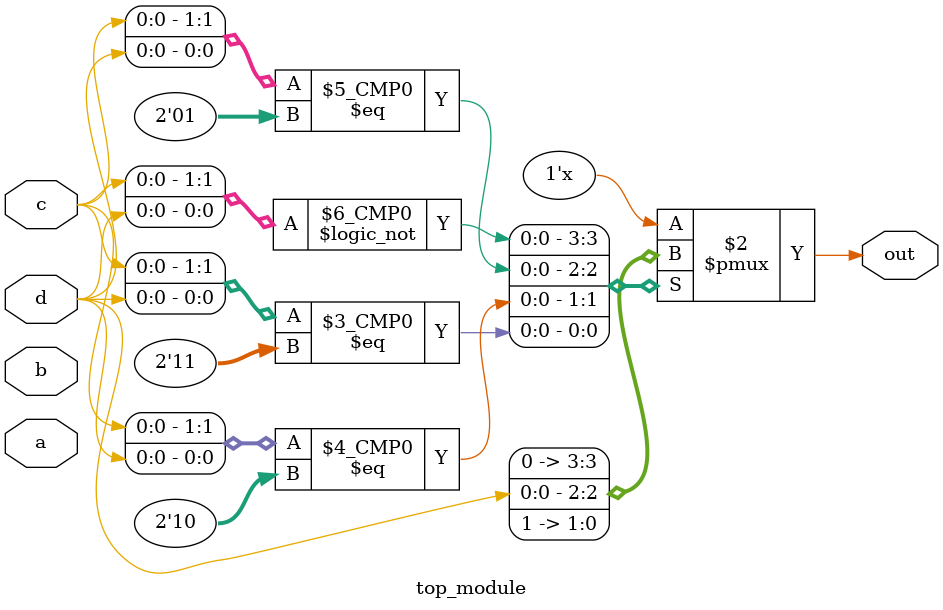
<source format=sv>
module top_module (
	input a, 
	input b,
	input c,
	input d,
	output reg out
);

	always @* begin
		case ({c, d})
			2'b00:
				out = 1'b0;
			2'b01:
				out = d;
			2'b10:
				out = 1'b1;
			2'b11:
				out = 1'b1;
		endcase
	end

endmodule

</source>
